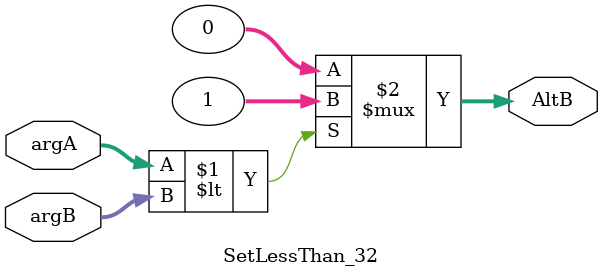
<source format=v>
`timescale 1ns / 1ps

module SetLessThan_32(argA, argB, AltB);
	input [31:0] argA, argB;
	output [31:0] AltB;
	
	assign AltB = (argA < argB) ? 32'b1 : 32'b0;

endmodule

</source>
